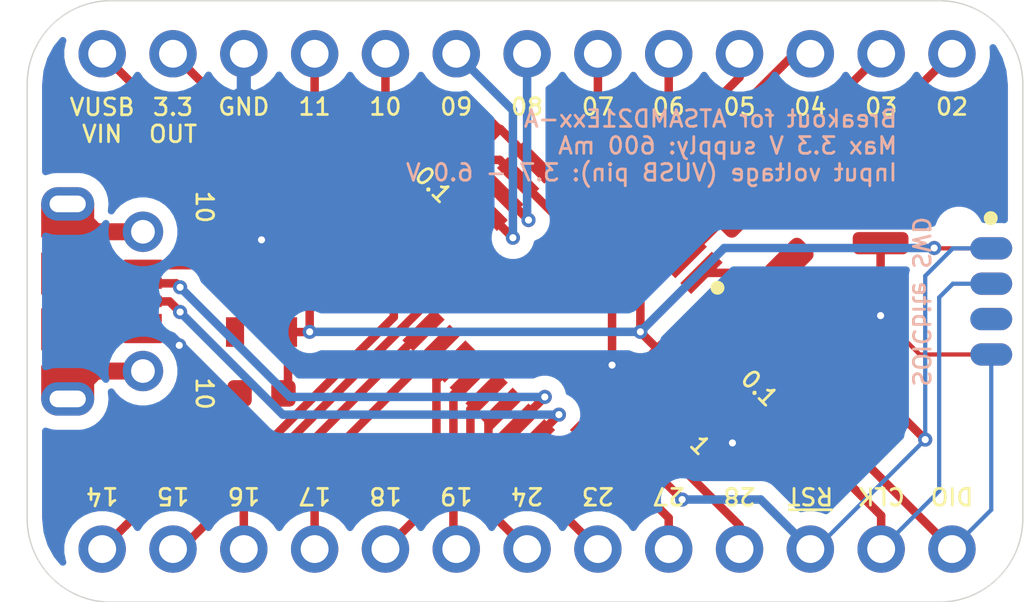
<source format=kicad_pcb>
(kicad_pcb (version 20171130) (host pcbnew "(5.1.5-0-10_14)")

  (general
    (thickness 1.6)
    (drawings 44)
    (tracks 183)
    (zones 0)
    (modules 12)
    (nets 33)
  )

  (page A4)
  (layers
    (0 F.Cu signal)
    (31 B.Cu signal)
    (32 B.Adhes user)
    (33 F.Adhes user)
    (34 B.Paste user)
    (35 F.Paste user)
    (36 B.SilkS user)
    (37 F.SilkS user)
    (38 B.Mask user)
    (39 F.Mask user)
    (40 Dwgs.User user)
    (41 Cmts.User user)
    (42 Eco1.User user)
    (43 Eco2.User user)
    (44 Edge.Cuts user)
    (45 Margin user)
    (46 B.CrtYd user)
    (47 F.CrtYd user)
    (48 B.Fab user)
    (49 F.Fab user)
  )

  (setup
    (last_trace_width 0.1524)
    (user_trace_width 0.3048)
    (user_trace_width 0.6096)
    (user_trace_width 0.9144)
    (trace_clearance 0.1524)
    (zone_clearance 0.508)
    (zone_45_only no)
    (trace_min 0.1524)
    (via_size 0.508)
    (via_drill 0.254)
    (via_min_size 0.508)
    (via_min_drill 0.254)
    (uvia_size 0.508)
    (uvia_drill 0.254)
    (uvias_allowed no)
    (uvia_min_size 0)
    (uvia_min_drill 0)
    (edge_width 0.05)
    (segment_width 0.2)
    (pcb_text_width 0.3)
    (pcb_text_size 1.5 1.5)
    (mod_edge_width 0.12)
    (mod_text_size 1 1)
    (mod_text_width 0.15)
    (pad_size 1.524 1.524)
    (pad_drill 0.762)
    (pad_to_mask_clearance 0.0508)
    (aux_axis_origin 0 0)
    (visible_elements FFFFEF7F)
    (pcbplotparams
      (layerselection 0x010fc_ffffffff)
      (usegerberextensions false)
      (usegerberattributes false)
      (usegerberadvancedattributes false)
      (creategerberjobfile false)
      (excludeedgelayer true)
      (linewidth 0.100000)
      (plotframeref false)
      (viasonmask false)
      (mode 1)
      (useauxorigin false)
      (hpglpennumber 1)
      (hpglpenspeed 20)
      (hpglpendiameter 15.000000)
      (psnegative false)
      (psa4output false)
      (plotreference true)
      (plotvalue true)
      (plotinvisibletext false)
      (padsonsilk false)
      (subtractmaskfromsilk false)
      (outputformat 1)
      (mirror false)
      (drillshape 1)
      (scaleselection 1)
      (outputdirectory ""))
  )

  (net 0 "")
  (net 1 GND)
  (net 2 +3V3)
  (net 3 "Net-(J1-Pad6)")
  (net 4 /D+)
  (net 5 /D-)
  (net 6 /SWDIO)
  (net 7 /SWCLK)
  (net 8 /RESET)
  (net 9 "Net-(U2-Pad2)")
  (net 10 "Net-(U2-Pad1)")
  (net 11 "Net-(C5-Pad1)")
  (net 12 VBUS)
  (net 13 /PA28)
  (net 14 /PA27)
  (net 15 /PA23)
  (net 16 /PA24)
  (net 17 /PA19)
  (net 18 /PA18)
  (net 19 /PA17)
  (net 20 /PA16)
  (net 21 /PA15)
  (net 22 /PA14)
  (net 23 /PA11)
  (net 24 /PA10)
  (net 25 /PA09)
  (net 26 /PA08)
  (net 27 /PA07)
  (net 28 /PA06)
  (net 29 /PA05)
  (net 30 /PA04)
  (net 31 /PA03)
  (net 32 /PA02)

  (net_class Default "This is the default net class."
    (clearance 0.1524)
    (trace_width 0.1524)
    (via_dia 0.508)
    (via_drill 0.254)
    (uvia_dia 0.508)
    (uvia_drill 0.254)
    (diff_pair_width 0.1524)
    (diff_pair_gap 0.1524)
    (add_net +3V3)
    (add_net /D+)
    (add_net /D-)
    (add_net /PA02)
    (add_net /PA03)
    (add_net /PA04)
    (add_net /PA05)
    (add_net /PA06)
    (add_net /PA07)
    (add_net /PA08)
    (add_net /PA09)
    (add_net /PA10)
    (add_net /PA11)
    (add_net /PA14)
    (add_net /PA15)
    (add_net /PA16)
    (add_net /PA17)
    (add_net /PA18)
    (add_net /PA19)
    (add_net /PA23)
    (add_net /PA24)
    (add_net /PA27)
    (add_net /PA28)
    (add_net /RESET)
    (add_net /SWCLK)
    (add_net /SWDIO)
    (add_net GND)
    (add_net "Net-(C5-Pad1)")
    (add_net "Net-(J1-Pad4)")
    (add_net "Net-(J1-Pad6)")
    (add_net "Net-(J3-Pad2)")
    (add_net "Net-(J3-Pad3)")
    (add_net "Net-(J3-Pad6)")
    (add_net "Net-(U1-Pad4)")
    (add_net "Net-(U2-Pad1)")
    (add_net "Net-(U2-Pad2)")
    (add_net VBUS)
  )

  (module minimal_samd21_breakout:PinHeader_2x13_Breadboard_Spaced (layer F.Cu) (tedit 5E964556) (tstamp 5E9780A5)
    (at 34.92 27.79 270)
    (descr "Through hole straight pin header, 2x13, 2.54mm pitch, rows 12.7mm apart")
    (tags "Breadboard 2x13")
    (path /5E9788EB)
    (fp_text reference J2 (at 0 -17.57 90) (layer F.SilkS) hide
      (effects (font (size 1 1) (thickness 0.15)))
    )
    (fp_text value Conn_01x26_Male (at 0 19.05 90) (layer F.Fab) hide
      (effects (font (size 1 1) (thickness 0.15)))
    )
    (fp_line (start 7.09 -17.04) (end 7.09 17.01) (layer F.CrtYd) (width 0.05))
    (fp_line (start 7.09 17.01) (end 10.69 17.01) (layer F.CrtYd) (width 0.05))
    (fp_line (start 10.69 17.01) (end 10.69 -17.04) (layer F.CrtYd) (width 0.05))
    (fp_line (start 10.69 -17.04) (end 7.09 -17.04) (layer F.CrtYd) (width 0.05))
    (fp_line (start -7.09 -17.04) (end -10.69 -17.04) (layer F.CrtYd) (width 0.05))
    (fp_line (start -7.09 17.01) (end -7.09 -17.04) (layer F.CrtYd) (width 0.05))
    (fp_line (start -10.69 17.01) (end -7.09 17.01) (layer F.CrtYd) (width 0.05))
    (fp_line (start -10.69 -17.04) (end -10.69 17.01) (layer F.CrtYd) (width 0.05))
    (pad 26 thru_hole circle (at 8.89 -15.24 270) (size 1.7 1.7) (drill 1) (layers *.Cu *.Mask)
      (net 6 /SWDIO))
    (pad 25 thru_hole oval (at 8.89 -12.7 270) (size 1.7 1.7) (drill 1) (layers *.Cu *.Mask)
      (net 7 /SWCLK))
    (pad 24 thru_hole oval (at 8.89 -10.16 270) (size 1.7 1.7) (drill 1) (layers *.Cu *.Mask)
      (net 8 /RESET))
    (pad 23 thru_hole oval (at 8.89 -7.62 270) (size 1.7 1.7) (drill 1) (layers *.Cu *.Mask)
      (net 13 /PA28))
    (pad 22 thru_hole oval (at 8.89 -5.08 270) (size 1.7 1.7) (drill 1) (layers *.Cu *.Mask)
      (net 14 /PA27))
    (pad 21 thru_hole oval (at 8.89 -2.54 270) (size 1.7 1.7) (drill 1) (layers *.Cu *.Mask)
      (net 15 /PA23))
    (pad 20 thru_hole oval (at 8.89 0 270) (size 1.7 1.7) (drill 1) (layers *.Cu *.Mask)
      (net 16 /PA24))
    (pad 19 thru_hole oval (at 8.89 2.54 270) (size 1.7 1.7) (drill 1) (layers *.Cu *.Mask)
      (net 17 /PA19))
    (pad 18 thru_hole oval (at 8.89 5.08 270) (size 1.7 1.7) (drill 1) (layers *.Cu *.Mask)
      (net 18 /PA18))
    (pad 17 thru_hole oval (at 8.89 7.62 270) (size 1.7 1.7) (drill 1) (layers *.Cu *.Mask)
      (net 19 /PA17))
    (pad 16 thru_hole oval (at 8.89 10.16 270) (size 1.7 1.7) (drill 1) (layers *.Cu *.Mask)
      (net 20 /PA16))
    (pad 15 thru_hole oval (at 8.89 12.7 270) (size 1.7 1.7) (drill 1) (layers *.Cu *.Mask)
      (net 21 /PA15))
    (pad 14 thru_hole oval (at 8.89 15.24 270) (size 1.7 1.7) (drill 1) (layers *.Cu *.Mask)
      (net 22 /PA14))
    (pad 13 thru_hole oval (at -8.89 15.24 270) (size 1.7 1.7) (drill 1) (layers *.Cu *.Mask)
      (net 12 VBUS))
    (pad 12 thru_hole oval (at -8.89 12.7 270) (size 1.7 1.7) (drill 1) (layers *.Cu *.Mask)
      (net 2 +3V3))
    (pad 11 thru_hole oval (at -8.89 10.16 270) (size 1.7 1.7) (drill 1) (layers *.Cu *.Mask)
      (net 1 GND))
    (pad 10 thru_hole oval (at -8.89 7.62 270) (size 1.7 1.7) (drill 1) (layers *.Cu *.Mask)
      (net 23 /PA11))
    (pad 9 thru_hole oval (at -8.89 5.08 270) (size 1.7 1.7) (drill 1) (layers *.Cu *.Mask)
      (net 24 /PA10))
    (pad 8 thru_hole oval (at -8.89 2.54 270) (size 1.7 1.7) (drill 1) (layers *.Cu *.Mask)
      (net 25 /PA09))
    (pad 7 thru_hole oval (at -8.89 0 270) (size 1.7 1.7) (drill 1) (layers *.Cu *.Mask)
      (net 26 /PA08))
    (pad 6 thru_hole oval (at -8.89 -2.54 270) (size 1.7 1.7) (drill 1) (layers *.Cu *.Mask)
      (net 27 /PA07))
    (pad 5 thru_hole oval (at -8.89 -5.08 270) (size 1.7 1.7) (drill 1) (layers *.Cu *.Mask)
      (net 28 /PA06))
    (pad 4 thru_hole oval (at -8.89 -7.62 270) (size 1.7 1.7) (drill 1) (layers *.Cu *.Mask)
      (net 29 /PA05))
    (pad 3 thru_hole oval (at -8.89 -10.16 270) (size 1.7 1.7) (drill 1) (layers *.Cu *.Mask)
      (net 30 /PA04))
    (pad 2 thru_hole oval (at -8.89 -12.7 270) (size 1.7 1.7) (drill 1) (layers *.Cu *.Mask)
      (net 31 /PA03))
    (pad 1 thru_hole circle (at -8.89 -15.24 270) (size 1.7 1.7) (drill 1) (layers *.Cu *.Mask)
      (net 32 /PA02))
  )

  (module minimal_samd21_breakout:SW_Push_Alps_SKRK_NoSilk (layer F.Cu) (tedit 5E96C14E) (tstamp 5E9780FE)
    (at 47.6 27.8 90)
    (descr http://www.alps.com/prod/info/E/HTML/Tact/SurfaceMount/SKRK/SKRKAHE020.html)
    (tags "SMD SMT button")
    (path /5E96DFF7)
    (attr smd)
    (fp_text reference SW1 (at 0 -2.35 90) (layer F.SilkS) hide
      (effects (font (size 1 1) (thickness 0.15)))
    )
    (fp_text value SW_Push (at 0 2.5 90) (layer F.Fab) hide
      (effects (font (size 1 1) (thickness 0.15)))
    )
    (fp_line (start -2.75 1.7) (end -2.75 -1.7) (layer F.CrtYd) (width 0.05))
    (fp_line (start 2.75 1.7) (end -2.75 1.7) (layer F.CrtYd) (width 0.05))
    (fp_line (start 2.75 -1.7) (end 2.75 1.7) (layer F.CrtYd) (width 0.05))
    (fp_line (start -2.75 -1.7) (end 2.75 -1.7) (layer F.CrtYd) (width 0.05))
    (pad 1 smd roundrect (at -2.1 0 90) (size 0.8 2) (layers F.Cu F.Paste F.Mask) (roundrect_rratio 0.25)
      (net 8 /RESET))
    (pad 2 smd roundrect (at 2.1 0 90) (size 0.8 2) (layers F.Cu F.Paste F.Mask) (roundrect_rratio 0.25)
      (net 1 GND))
    (model ${KISYS3DMOD}/Button_Switch_SMD.3dshapes/SW_Push_SPST_NO_Alps_SKRK.wrl
      (at (xyz 0 0 0))
      (scale (xyz 1 1 1))
      (rotate (xyz 0 0 0))
    )
    (model 3d/SKRKAE.step
      (at (xyz 0 0 0))
      (scale (xyz 1 1 1))
      (rotate (xyz -90 0 0))
    )
  )

  (module minimal_samd21_breakout:SOIC_clipProgSmall (layer F.Cu) (tedit 5E95178D) (tstamp 5E977F38)
    (at 52.319 27.79 90)
    (path /5E9E5F5A)
    (fp_text reference J3 (at 0 -3.302 90) (layer F.SilkS) hide
      (effects (font (size 1 1) (thickness 0.15)))
    )
    (fp_text value Conn_01x08_Male (at 0.127 1.397 90) (layer F.Fab) hide
      (effects (font (size 1 1) (thickness 0.15)))
    )
    (fp_line (start -3.81 0.381) (end 3.81 0.381) (layer F.Fab) (width 0.1))
    (fp_line (start 3.175 -2.54) (end -3.175 -2.54) (layer F.Fab) (width 0.1))
    (fp_line (start 3.175 0.381) (end 3.175 -2.54) (layer F.Fab) (width 0.1))
    (fp_line (start -3.175 -2.54) (end -3.175 0.381) (layer F.Fab) (width 0.1))
    (pad 5 smd oval (at -1.905 -0.75 90) (size 0.8 1.5) (layers B.Cu B.Mask)
      (net 6 /SWDIO))
    (pad 4 smd oval (at -1.905 -0.75 90) (size 0.8 1.5) (layers F.Cu F.Mask)
      (net 1 GND))
    (pad 3 smd oval (at -0.635 -0.75 90) (size 0.8 1.5) (layers F.Cu F.Mask))
    (pad 2 smd oval (at 0.635 -0.75 90) (size 0.8 1.5) (layers F.Cu F.Mask))
    (pad 1 smd oval (at 1.905 -0.75 90) (size 0.8 1.5) (layers F.Cu F.Mask)
      (net 2 +3V3))
    (pad 6 smd oval (at -0.635 -0.75 90) (size 0.8 1.5) (layers B.Cu B.Mask))
    (pad 7 smd oval (at 0.635 -0.75 90) (size 0.8 1.5) (layers B.Cu B.Mask)
      (net 7 /SWCLK))
    (pad 8 smd oval (at 1.905 -0.75 90) (size 0.8 1.5) (layers B.Cu B.Mask)
      (net 8 /RESET))
    (pad "" np_thru_hole circle (at -2.54 -1.905 90) (size 0.7 0.7) (drill 0.7) (layers *.Cu *.Mask))
    (pad "" np_thru_hole circle (at -1.27 -1.905 90) (size 0.7 0.7) (drill 0.7) (layers *.Cu *.Mask))
    (pad "" np_thru_hole circle (at 0 -1.905 90) (size 0.7 0.7) (drill 0.7) (layers *.Cu *.Mask))
    (pad "" np_thru_hole circle (at 1.27 -1.905 90) (size 0.7 0.7) (drill 0.7) (layers *.Cu *.Mask))
    (pad "" np_thru_hole circle (at 2.54 -1.905 90) (size 0.7 0.7) (drill 0.7) (layers *.Cu *.Mask))
  )

  (module minimal_samd21_breakout:CM7V-T1A (layer F.Cu) (tedit 5E95171D) (tstamp 5E977F69)
    (at 43.429 25.504 135)
    (path /5E95328C)
    (fp_text reference Y1 (at 0.097039 -2.245064 135) (layer F.SilkS) hide
      (effects (font (size 1 1) (thickness 0.15)))
    )
    (fp_text value "32.768 kHz" (at 0 -1.8 135) (layer F.Fab) hide
      (effects (font (size 1 1) (thickness 0.15)))
    )
    (fp_line (start 2.1 -1.25) (end -2.1 -1.25) (layer F.CrtYd) (width 0.05))
    (fp_line (start 2.1 1.25) (end 2.1 -1.25) (layer F.CrtYd) (width 0.05))
    (fp_line (start -2.1 1.25) (end 2.1 1.25) (layer F.CrtYd) (width 0.05))
    (fp_line (start -2.1 -1.25) (end -2.1 1.25) (layer F.CrtYd) (width 0.05))
    (pad 2 smd roundrect (at 1.25 0 135) (size 1 1.8) (layers F.Cu F.Paste F.Mask) (roundrect_rratio 0.25)
      (net 9 "Net-(U2-Pad2)"))
    (pad 1 smd roundrect (at -1.25 0 135) (size 1 1.8) (layers F.Cu F.Paste F.Mask) (roundrect_rratio 0.25)
      (net 10 "Net-(U2-Pad1)"))
  )

  (module minimal_samd21_breakout:TQFP-32_NoSilk (layer F.Cu) (tedit 5E951425) (tstamp 5E977FA2)
    (at 36.19 27.79 225)
    (descr "32-Lead Plastic Thin Quad Flatpack (PT) - 7x7x1.0 mm Body, 2.00 mm [TQFP] (see Microchip Packaging Specification 00000049BS.pdf)")
    (tags "QFP 0.8")
    (path /5E93B05D)
    (attr smd)
    (fp_text reference U2 (at 0 -6.05 45) (layer F.SilkS) hide
      (effects (font (size 1 1) (thickness 0.15)))
    )
    (fp_text value ATSAMD21E18A (at 0 6.05 45) (layer F.Fab) hide
      (effects (font (size 1 1) (thickness 0.15)))
    )
    (fp_line (start -5.3 5.3) (end 5.3 5.3) (layer F.CrtYd) (width 0.05))
    (fp_line (start -5.3 -5.3) (end 5.3 -5.3) (layer F.CrtYd) (width 0.05))
    (fp_line (start 5.3 -5.3) (end 5.3 5.3) (layer F.CrtYd) (width 0.05))
    (fp_line (start -5.3 -5.3) (end -5.3 5.3) (layer F.CrtYd) (width 0.05))
    (pad 32 smd rect (at -2.8 -4.25 315) (size 1.6 0.55) (layers F.Cu F.Paste F.Mask)
      (net 6 /SWDIO))
    (pad 31 smd rect (at -2 -4.25 315) (size 1.6 0.55) (layers F.Cu F.Paste F.Mask)
      (net 7 /SWCLK))
    (pad 30 smd rect (at -1.2 -4.25 315) (size 1.6 0.55) (layers F.Cu F.Paste F.Mask)
      (net 2 +3V3))
    (pad 29 smd rect (at -0.4 -4.25 315) (size 1.6 0.55) (layers F.Cu F.Paste F.Mask)
      (net 11 "Net-(C5-Pad1)"))
    (pad 28 smd rect (at 0.4 -4.25 315) (size 1.6 0.55) (layers F.Cu F.Paste F.Mask)
      (net 1 GND))
    (pad 27 smd rect (at 1.2 -4.25 315) (size 1.6 0.55) (layers F.Cu F.Paste F.Mask)
      (net 13 /PA28))
    (pad 26 smd rect (at 2 -4.25 315) (size 1.6 0.55) (layers F.Cu F.Paste F.Mask)
      (net 8 /RESET))
    (pad 25 smd rect (at 2.8 -4.25 315) (size 1.6 0.55) (layers F.Cu F.Paste F.Mask)
      (net 14 /PA27))
    (pad 24 smd rect (at 4.25 -2.8 225) (size 1.6 0.55) (layers F.Cu F.Paste F.Mask)
      (net 4 /D+))
    (pad 23 smd rect (at 4.25 -2 225) (size 1.6 0.55) (layers F.Cu F.Paste F.Mask)
      (net 5 /D-))
    (pad 22 smd rect (at 4.25 -1.2 225) (size 1.6 0.55) (layers F.Cu F.Paste F.Mask)
      (net 15 /PA23))
    (pad 21 smd rect (at 4.25 -0.4 225) (size 1.6 0.55) (layers F.Cu F.Paste F.Mask)
      (net 16 /PA24))
    (pad 20 smd rect (at 4.25 0.4 225) (size 1.6 0.55) (layers F.Cu F.Paste F.Mask)
      (net 17 /PA19))
    (pad 19 smd rect (at 4.25 1.2 225) (size 1.6 0.55) (layers F.Cu F.Paste F.Mask)
      (net 18 /PA18))
    (pad 18 smd rect (at 4.25 2 225) (size 1.6 0.55) (layers F.Cu F.Paste F.Mask)
      (net 19 /PA17))
    (pad 17 smd rect (at 4.25 2.8 225) (size 1.6 0.55) (layers F.Cu F.Paste F.Mask)
      (net 20 /PA16))
    (pad 16 smd rect (at 2.8 4.25 315) (size 1.6 0.55) (layers F.Cu F.Paste F.Mask)
      (net 21 /PA15))
    (pad 15 smd rect (at 2 4.25 315) (size 1.6 0.55) (layers F.Cu F.Paste F.Mask)
      (net 22 /PA14))
    (pad 14 smd rect (at 1.2 4.25 315) (size 1.6 0.55) (layers F.Cu F.Paste F.Mask)
      (net 23 /PA11))
    (pad 13 smd rect (at 0.4 4.25 315) (size 1.6 0.55) (layers F.Cu F.Paste F.Mask)
      (net 24 /PA10))
    (pad 12 smd rect (at -0.4 4.25 315) (size 1.6 0.55) (layers F.Cu F.Paste F.Mask)
      (net 25 /PA09))
    (pad 11 smd rect (at -1.2 4.25 315) (size 1.6 0.55) (layers F.Cu F.Paste F.Mask)
      (net 26 /PA08))
    (pad 10 smd rect (at -2 4.25 315) (size 1.6 0.55) (layers F.Cu F.Paste F.Mask)
      (net 1 GND))
    (pad 9 smd rect (at -2.8 4.25 315) (size 1.6 0.55) (layers F.Cu F.Paste F.Mask)
      (net 2 +3V3))
    (pad 8 smd rect (at -4.25 2.8 225) (size 1.6 0.55) (layers F.Cu F.Paste F.Mask)
      (net 27 /PA07))
    (pad 7 smd rect (at -4.25 2 225) (size 1.6 0.55) (layers F.Cu F.Paste F.Mask)
      (net 28 /PA06))
    (pad 6 smd rect (at -4.25 1.2 225) (size 1.6 0.55) (layers F.Cu F.Paste F.Mask)
      (net 29 /PA05))
    (pad 5 smd rect (at -4.25 0.4 225) (size 1.6 0.55) (layers F.Cu F.Paste F.Mask)
      (net 30 /PA04))
    (pad 4 smd rect (at -4.25 -0.4 225) (size 1.6 0.55) (layers F.Cu F.Paste F.Mask)
      (net 31 /PA03))
    (pad 3 smd rect (at -4.25 -1.2 225) (size 1.6 0.55) (layers F.Cu F.Paste F.Mask)
      (net 32 /PA02))
    (pad 2 smd rect (at -4.25 -2 225) (size 1.6 0.55) (layers F.Cu F.Paste F.Mask)
      (net 9 "Net-(U2-Pad2)"))
    (pad 1 smd rect (at -4.25 -2.8 225) (size 1.6 0.55) (layers F.Cu F.Paste F.Mask)
      (net 10 "Net-(U2-Pad1)"))
    (model ${KISYS3DMOD}/Package_QFP.3dshapes/TQFP-32_7x7mm_P0.8mm.wrl
      (at (xyz 0 0 0))
      (scale (xyz 1 1 1))
      (rotate (xyz 0 0 0))
    )
  )

  (module minimal_samd21_breakout:SOT-23-5_NoSilk (layer F.Cu) (tedit 5E951AE9) (tstamp 5E978041)
    (at 25.395 27.79 270)
    (descr "5-pin SOT23 package")
    (tags SOT-23-5)
    (path /5E97DFBA)
    (attr smd)
    (fp_text reference U1 (at 0 -2.6 90) (layer F.SilkS) hide
      (effects (font (size 1 1) (thickness 0.15)))
    )
    (fp_text value AP2112K-3.3 (at 0 2.6 90) (layer F.Fab) hide
      (effects (font (size 1 1) (thickness 0.15)))
    )
    (fp_line (start -1.9 1.8) (end -1.9 -1.8) (layer F.CrtYd) (width 0.05))
    (fp_line (start 1.9 1.8) (end -1.9 1.8) (layer F.CrtYd) (width 0.05))
    (fp_line (start 1.9 -1.8) (end 1.9 1.8) (layer F.CrtYd) (width 0.05))
    (fp_line (start -1.9 -1.8) (end 1.9 -1.8) (layer F.CrtYd) (width 0.05))
    (pad 5 smd rect (at 1.1 -0.95 270) (size 1.06 0.65) (layers F.Cu F.Paste F.Mask)
      (net 2 +3V3))
    (pad 4 smd rect (at 1.1 0.95 270) (size 1.06 0.65) (layers F.Cu F.Paste F.Mask))
    (pad 3 smd rect (at -1.1 0.95 270) (size 1.06 0.65) (layers F.Cu F.Paste F.Mask)
      (net 12 VBUS))
    (pad 2 smd rect (at -1.1 0 270) (size 1.06 0.65) (layers F.Cu F.Paste F.Mask)
      (net 1 GND))
    (pad 1 smd rect (at -1.1 -0.95 270) (size 1.06 0.65) (layers F.Cu F.Paste F.Mask)
      (net 12 VBUS))
    (model ${KISYS3DMOD}/Package_TO_SOT_SMD.3dshapes/SOT-23-5.wrl
      (at (xyz 0 0 0))
      (scale (xyz 1 1 1))
      (rotate (xyz 0 0 0))
    )
  )

  (module minimal_samd21_breakout:Molex-105017-0001 (layer F.Cu) (tedit 5E951B58) (tstamp 5E977EF8)
    (at 19.68 27.79 270)
    (descr http://www.molex.com/pdm_docs/sd/1050170001_sd.pdf)
    (tags "Micro-USB SMD Typ-B")
    (path /5E961DB6)
    (attr smd)
    (fp_text reference J1 (at 0 -3.1125 90) (layer F.SilkS) hide
      (effects (font (size 1 1) (thickness 0.15)))
    )
    (fp_text value USB_B_Micro (at 0.3 4.3375 90) (layer F.Fab) hide
      (effects (font (size 1 1) (thickness 0.15)))
    )
    (fp_line (start -3 2.689204) (end 3 2.689204) (layer F.Fab) (width 0.1))
    (fp_line (start -4.4 3.64) (end -4.4 -2.46) (layer F.CrtYd) (width 0.05))
    (fp_line (start -4.4 -2.46) (end 4.4 -2.46) (layer F.CrtYd) (width 0.05))
    (fp_line (start 4.4 -2.46) (end 4.4 3.64) (layer F.CrtYd) (width 0.05))
    (fp_line (start -4.4 3.64) (end 4.4 3.64) (layer F.CrtYd) (width 0.05))
    (fp_text user "PCB Edge" (at 0 2.6875 90) (layer Dwgs.User)
      (effects (font (size 0.5 0.5) (thickness 0.08)))
    )
    (pad 6 smd rect (at -2.9 1.2375 270) (size 1.2 1.9) (layers F.Cu F.Mask)
      (net 3 "Net-(J1-Pad6)"))
    (pad 6 smd rect (at 2.9 1.2375 270) (size 1.2 1.9) (layers F.Cu F.Mask)
      (net 3 "Net-(J1-Pad6)"))
    (pad 6 thru_hole oval (at 3.5 1.2375 270) (size 1.2 1.9) (drill oval 0.6 1.3) (layers *.Cu *.Mask)
      (net 3 "Net-(J1-Pad6)"))
    (pad 6 thru_hole oval (at -3.5 1.2375 90) (size 1.2 1.9) (drill oval 0.6 1.3) (layers *.Cu *.Mask)
      (net 3 "Net-(J1-Pad6)"))
    (pad 6 smd rect (at -1 1.2375 270) (size 1.5 1.9) (layers F.Cu F.Paste F.Mask)
      (net 3 "Net-(J1-Pad6)"))
    (pad 6 thru_hole circle (at 2.5 -1.4625 270) (size 1.45 1.45) (drill 0.85) (layers *.Cu *.Mask)
      (net 3 "Net-(J1-Pad6)"))
    (pad 3 smd rect (at 0 -1.4625 270) (size 0.4 1.35) (layers F.Cu F.Paste F.Mask)
      (net 4 /D+))
    (pad 4 smd rect (at 0.65 -1.4625 270) (size 0.4 1.35) (layers F.Cu F.Paste F.Mask))
    (pad 5 smd rect (at 1.3 -1.4625 270) (size 0.4 1.35) (layers F.Cu F.Paste F.Mask)
      (net 1 GND))
    (pad 1 smd rect (at -1.3 -1.4625 270) (size 0.4 1.35) (layers F.Cu F.Paste F.Mask)
      (net 12 VBUS))
    (pad 2 smd rect (at -0.65 -1.4625 270) (size 0.4 1.35) (layers F.Cu F.Paste F.Mask)
      (net 5 /D-))
    (pad 6 thru_hole circle (at -2.5 -1.4625 270) (size 1.45 1.45) (drill 0.85) (layers *.Cu *.Mask)
      (net 3 "Net-(J1-Pad6)"))
    (pad 6 smd rect (at 1 1.2375 270) (size 1.5 1.9) (layers F.Cu F.Paste F.Mask)
      (net 3 "Net-(J1-Pad6)"))
    (model ${KISYS3DMOD}/Connector_USB.3dshapes/USB_Micro-B_Molex-105017-0001.wrl
      (at (xyz 0 0 0))
      (scale (xyz 1 1 1))
      (rotate (xyz 0 0 0))
    )
    (model 3d/1050170001.stp
      (offset (xyz 0 -1 1.3))
      (scale (xyz 1 1 1))
      (rotate (xyz -90 0 0))
    )
  )

  (module minimal_samd21_breakout:C_0603_NoSilk (layer F.Cu) (tedit 5E951731) (tstamp 5E977EA8)
    (at 41.09 32.99 315)
    (descr "Capacitor SMD 0603 (1608 Metric), square (rectangular) end terminal, IPC_7351 nominal, (Body size source: http://www.tortai-tech.com/upload/download/2011102023233369053.pdf), generated with kicad-footprint-generator")
    (tags capacitor)
    (path /5E940F93)
    (attr smd)
    (fp_text reference C5 (at 0 -1.399999 135) (layer F.SilkS) hide
      (effects (font (size 1 1) (thickness 0.15)))
    )
    (fp_text value 1u (at 0 1.6 135) (layer F.Fab) hide
      (effects (font (size 1 1) (thickness 0.15)))
    )
    (fp_line (start 1.48 0.73) (end -1.48 0.73) (layer F.CrtYd) (width 0.05))
    (fp_line (start 1.48 -0.73) (end 1.48 0.73) (layer F.CrtYd) (width 0.05))
    (fp_line (start -1.48 -0.73) (end 1.48 -0.73) (layer F.CrtYd) (width 0.05))
    (fp_line (start -1.48 0.73) (end -1.48 -0.73) (layer F.CrtYd) (width 0.05))
    (fp_line (start 0.8 -0.4) (end 0.8 0.4) (layer F.Fab) (width 0.1))
    (fp_line (start -0.8 0.4) (end -0.8 -0.4) (layer F.Fab) (width 0.1))
    (pad 2 smd roundrect (at 0.7875 0 315) (size 0.875 0.95) (layers F.Cu F.Paste F.Mask) (roundrect_rratio 0.25)
      (net 1 GND))
    (pad 1 smd roundrect (at -0.7875 0 315) (size 0.875 0.95) (layers F.Cu F.Paste F.Mask) (roundrect_rratio 0.25)
      (net 11 "Net-(C5-Pad1)"))
    (model ${KISYS3DMOD}/Capacitor_SMD.3dshapes/C_0603_1608Metric.wrl
      (at (xyz 0 0 0))
      (scale (xyz 1 1 1))
      (rotate (xyz 0 0 0))
    )
  )

  (module minimal_samd21_breakout:C_0603_NoSilk (layer F.Cu) (tedit 5E951731) (tstamp 5E977ECC)
    (at 42.39 31.69 315)
    (descr "Capacitor SMD 0603 (1608 Metric), square (rectangular) end terminal, IPC_7351 nominal, (Body size source: http://www.tortai-tech.com/upload/download/2011102023233369053.pdf), generated with kicad-footprint-generator")
    (tags capacitor)
    (path /5E97930D)
    (attr smd)
    (fp_text reference C4 (at 0 -1.4 135) (layer F.SilkS) hide
      (effects (font (size 1 1) (thickness 0.15)))
    )
    (fp_text value 0.1u (at 0 1.6 135) (layer F.Fab) hide
      (effects (font (size 1 1) (thickness 0.15)))
    )
    (fp_line (start 1.48 0.73) (end -1.48 0.73) (layer F.CrtYd) (width 0.05))
    (fp_line (start 1.48 -0.73) (end 1.48 0.73) (layer F.CrtYd) (width 0.05))
    (fp_line (start -1.48 -0.73) (end 1.48 -0.73) (layer F.CrtYd) (width 0.05))
    (fp_line (start -1.48 0.73) (end -1.48 -0.73) (layer F.CrtYd) (width 0.05))
    (fp_line (start 0.8 -0.4) (end 0.8 0.4) (layer F.Fab) (width 0.1))
    (fp_line (start -0.8 0.4) (end -0.8 -0.4) (layer F.Fab) (width 0.1))
    (pad 2 smd roundrect (at 0.7875 0 315) (size 0.875 0.95) (layers F.Cu F.Paste F.Mask) (roundrect_rratio 0.25)
      (net 1 GND))
    (pad 1 smd roundrect (at -0.7875 0 315) (size 0.875 0.95) (layers F.Cu F.Paste F.Mask) (roundrect_rratio 0.25)
      (net 2 +3V3))
    (model ${KISYS3DMOD}/Capacitor_SMD.3dshapes/C_0603_1608Metric.wrl
      (at (xyz 0 0 0))
      (scale (xyz 1 1 1))
      (rotate (xyz 0 0 0))
    )
  )

  (module minimal_samd21_breakout:C_0603_NoSilk (layer F.Cu) (tedit 5E951731) (tstamp 5E977FFB)
    (at 32.936847 22.153153 225)
    (descr "Capacitor SMD 0603 (1608 Metric), square (rectangular) end terminal, IPC_7351 nominal, (Body size source: http://www.tortai-tech.com/upload/download/2011102023233369053.pdf), generated with kicad-footprint-generator")
    (tags capacitor)
    (path /5E95A4BE)
    (attr smd)
    (fp_text reference C3 (at 0 -1.399999 45) (layer F.SilkS) hide
      (effects (font (size 1 1) (thickness 0.15)))
    )
    (fp_text value 0.1u (at 0 1.6 45) (layer F.Fab) hide
      (effects (font (size 1 1) (thickness 0.15)))
    )
    (fp_line (start 1.48 0.73) (end -1.48 0.73) (layer F.CrtYd) (width 0.05))
    (fp_line (start 1.48 -0.73) (end 1.48 0.73) (layer F.CrtYd) (width 0.05))
    (fp_line (start -1.48 -0.73) (end 1.48 -0.73) (layer F.CrtYd) (width 0.05))
    (fp_line (start -1.48 0.73) (end -1.48 -0.73) (layer F.CrtYd) (width 0.05))
    (fp_line (start 0.8 -0.4) (end 0.8 0.4) (layer F.Fab) (width 0.1))
    (fp_line (start -0.8 0.4) (end -0.8 -0.4) (layer F.Fab) (width 0.1))
    (pad 2 smd roundrect (at 0.7875 0 225) (size 0.875 0.95) (layers F.Cu F.Paste F.Mask) (roundrect_rratio 0.25)
      (net 1 GND))
    (pad 1 smd roundrect (at -0.7875 0 225) (size 0.875 0.95) (layers F.Cu F.Paste F.Mask) (roundrect_rratio 0.25)
      (net 2 +3V3))
    (model ${KISYS3DMOD}/Capacitor_SMD.3dshapes/C_0603_1608Metric.wrl
      (at (xyz 0 0 0))
      (scale (xyz 1 1 1))
      (rotate (xyz 0 0 0))
    )
  )

  (module minimal_samd21_breakout:C_0603_NoSilk (layer F.Cu) (tedit 5E951731) (tstamp 5E978067)
    (at 25.395 31.092)
    (descr "Capacitor SMD 0603 (1608 Metric), square (rectangular) end terminal, IPC_7351 nominal, (Body size source: http://www.tortai-tech.com/upload/download/2011102023233369053.pdf), generated with kicad-footprint-generator")
    (tags capacitor)
    (path /5E9A4897)
    (attr smd)
    (fp_text reference C2 (at 0 -1.4) (layer F.SilkS) hide
      (effects (font (size 1 1) (thickness 0.15)))
    )
    (fp_text value 10u (at 0 1.6) (layer F.Fab) hide
      (effects (font (size 1 1) (thickness 0.15)))
    )
    (fp_line (start 1.48 0.73) (end -1.48 0.73) (layer F.CrtYd) (width 0.05))
    (fp_line (start 1.48 -0.73) (end 1.48 0.73) (layer F.CrtYd) (width 0.05))
    (fp_line (start -1.48 -0.73) (end 1.48 -0.73) (layer F.CrtYd) (width 0.05))
    (fp_line (start -1.48 0.73) (end -1.48 -0.73) (layer F.CrtYd) (width 0.05))
    (fp_line (start 0.8 -0.4) (end 0.8 0.4) (layer F.Fab) (width 0.1))
    (fp_line (start -0.8 0.4) (end -0.8 -0.4) (layer F.Fab) (width 0.1))
    (pad 2 smd roundrect (at 0.7875 0) (size 0.875 0.95) (layers F.Cu F.Paste F.Mask) (roundrect_rratio 0.25)
      (net 2 +3V3))
    (pad 1 smd roundrect (at -0.7875 0) (size 0.875 0.95) (layers F.Cu F.Paste F.Mask) (roundrect_rratio 0.25)
      (net 1 GND))
    (model ${KISYS3DMOD}/Capacitor_SMD.3dshapes/C_0603_1608Metric.wrl
      (at (xyz 0 0 0))
      (scale (xyz 1 1 1))
      (rotate (xyz 0 0 0))
    )
  )

  (module minimal_samd21_breakout:C_0603_NoSilk (layer F.Cu) (tedit 5E951731) (tstamp 5E97801C)
    (at 25.395 24.488 180)
    (descr "Capacitor SMD 0603 (1608 Metric), square (rectangular) end terminal, IPC_7351 nominal, (Body size source: http://www.tortai-tech.com/upload/download/2011102023233369053.pdf), generated with kicad-footprint-generator")
    (tags capacitor)
    (path /5E977719)
    (attr smd)
    (fp_text reference C1 (at 0 -1.4) (layer F.SilkS) hide
      (effects (font (size 1 1) (thickness 0.15)))
    )
    (fp_text value 10u (at 0 1.6) (layer F.Fab) hide
      (effects (font (size 1 1) (thickness 0.15)))
    )
    (fp_line (start 1.48 0.73) (end -1.48 0.73) (layer F.CrtYd) (width 0.05))
    (fp_line (start 1.48 -0.73) (end 1.48 0.73) (layer F.CrtYd) (width 0.05))
    (fp_line (start -1.48 -0.73) (end 1.48 -0.73) (layer F.CrtYd) (width 0.05))
    (fp_line (start -1.48 0.73) (end -1.48 -0.73) (layer F.CrtYd) (width 0.05))
    (fp_line (start 0.8 -0.4) (end 0.8 0.4) (layer F.Fab) (width 0.1))
    (fp_line (start -0.8 0.4) (end -0.8 -0.4) (layer F.Fab) (width 0.1))
    (pad 2 smd roundrect (at 0.7875 0 180) (size 0.875 0.95) (layers F.Cu F.Paste F.Mask) (roundrect_rratio 0.25)
      (net 12 VBUS))
    (pad 1 smd roundrect (at -0.7875 0 180) (size 0.875 0.95) (layers F.Cu F.Paste F.Mask) (roundrect_rratio 0.25)
      (net 1 GND))
    (model ${KISYS3DMOD}/Capacitor_SMD.3dshapes/C_0603_1608Metric.wrl
      (at (xyz 0 0 0))
      (scale (xyz 1 1 1))
      (rotate (xyz 0 0 0))
    )
  )

  (gr_text "zak 2020\nwww.mitsake.net" (at 17.9 33.7) (layer B.Mask) (tstamp 5E97A48D)
    (effects (font (size 0.6 0.6) (thickness 0.1)) (justify right mirror))
  )
  (gr_text 0.1 (at 31.55 23.6 315) (layer F.SilkS) (tstamp 5E978A55)
    (effects (font (size 0.6 0.6) (thickness 0.1)))
  )
  (gr_text 0.1 (at 43.25 30.9 315) (layer F.SilkS) (tstamp 5E978A51)
    (effects (font (size 0.6 0.6) (thickness 0.1)))
  )
  (gr_text 1 (at 41.13 32.95 315) (layer F.SilkS) (tstamp 5E97890A)
    (effects (font (size 0.6 0.6) (thickness 0.1)))
  )
  (gr_text 10 (at 23.35 24.4 270) (layer F.SilkS) (tstamp 5E97890A)
    (effects (font (size 0.6 0.6) (thickness 0.1)))
  )
  (gr_text 10 (at 23.35 31.1 270) (layer F.SilkS) (tstamp 5E978905)
    (effects (font (size 0.6 0.6) (thickness 0.1)))
  )
  (gr_text "SOICbite SWD" (at 49.05 27.8 270) (layer B.SilkS) (tstamp 5E97888B)
    (effects (font (size 0.6 0.6) (thickness 0.1)) (justify mirror))
  )
  (gr_text "Breakout for ATSAMD21Exx-A\nMax 3.3 V supply: 600 mA\nInput voltage (VUSB pin): 3.7 - 6.0 V" (at 48.25 22.2) (layer B.SilkS) (tstamp 5E9786F8)
    (effects (font (size 0.6 0.6) (thickness 0.1)) (justify left mirror))
  )
  (gr_circle (center 41.75 27.3) (end 41.75 27.425) (layer F.SilkS) (width 0.25) (tstamp 5E9780F3))
  (gr_circle (center 51.55 24.8) (end 51.55 24.925) (layer F.SilkS) (width 0.25) (tstamp 5E9780F0))
  (gr_text 14 (at 19.68 34.775 180) (layer F.SilkS) (tstamp 5E978132)
    (effects (font (size 0.6 0.6) (thickness 0.1)))
  )
  (gr_text 15 (at 22.22 34.775 180) (layer F.SilkS) (tstamp 5E97812F)
    (effects (font (size 0.6 0.6) (thickness 0.1)))
  )
  (gr_text 16 (at 24.76 34.775 180) (layer F.SilkS) (tstamp 5E97812C)
    (effects (font (size 0.6 0.6) (thickness 0.1)))
  )
  (gr_text 17 (at 27.3 34.775 180) (layer F.SilkS) (tstamp 5E978135)
    (effects (font (size 0.6 0.6) (thickness 0.1)))
  )
  (gr_text 18 (at 29.84 34.775 180) (layer F.SilkS) (tstamp 5E978138)
    (effects (font (size 0.6 0.6) (thickness 0.1)))
  )
  (gr_text 19 (at 32.38 34.775 180) (layer F.SilkS) (tstamp 5E97813B)
    (effects (font (size 0.6 0.6) (thickness 0.1)))
  )
  (gr_text 24 (at 34.92 34.775 180) (layer F.SilkS) (tstamp 5E97813E)
    (effects (font (size 0.6 0.6) (thickness 0.1)))
  )
  (gr_text 23 (at 37.46 34.775 180) (layer F.SilkS) (tstamp 5E978141)
    (effects (font (size 0.6 0.6) (thickness 0.1)))
  )
  (gr_text 27 (at 40 34.775 180) (layer F.SilkS) (tstamp 5E978144)
    (effects (font (size 0.6 0.6) (thickness 0.1)))
  )
  (gr_text 28 (at 42.54 34.775 180) (layer F.SilkS) (tstamp 5E978147)
    (effects (font (size 0.6 0.6) (thickness 0.1)))
  )
  (gr_text ~RST (at 45.08 34.775 180) (layer F.SilkS) (tstamp 5E97814A)
    (effects (font (size 0.6 0.6) (thickness 0.1)))
  )
  (gr_text CLK (at 47.62 34.775 180) (layer F.SilkS) (tstamp 5E97814D)
    (effects (font (size 0.6 0.6) (thickness 0.1)))
  )
  (gr_text DIO (at 50.16 34.775 180) (layer F.SilkS) (tstamp 5E978150)
    (effects (font (size 0.6 0.6) (thickness 0.1)))
  )
  (gr_text "VUSB\nVIN" (at 19.68 21.3) (layer F.SilkS) (tstamp 5E978153)
    (effects (font (size 0.6 0.6) (thickness 0.1)))
  )
  (gr_text "3.3\nOUT" (at 22.22 21.3) (layer F.SilkS) (tstamp 5E978156)
    (effects (font (size 0.6 0.6) (thickness 0.1)))
  )
  (gr_text GND (at 24.76 20.805) (layer F.SilkS) (tstamp 5E978159)
    (effects (font (size 0.6 0.6) (thickness 0.1)))
  )
  (gr_text 11 (at 27.3 20.805) (layer F.SilkS) (tstamp 5E97815C)
    (effects (font (size 0.6 0.6) (thickness 0.1)))
  )
  (gr_text 10 (at 29.84 20.805) (layer F.SilkS) (tstamp 5E97815F)
    (effects (font (size 0.6 0.6) (thickness 0.1)))
  )
  (gr_text 09 (at 32.38 20.805) (layer F.SilkS) (tstamp 5E978162)
    (effects (font (size 0.6 0.6) (thickness 0.1)))
  )
  (gr_text 08 (at 34.92 20.805) (layer F.SilkS) (tstamp 5E978165)
    (effects (font (size 0.6 0.6) (thickness 0.1)))
  )
  (gr_text 07 (at 37.46 20.805) (layer F.SilkS) (tstamp 5E978168)
    (effects (font (size 0.6 0.6) (thickness 0.1)))
  )
  (gr_text 06 (at 40 20.805) (layer F.SilkS) (tstamp 5E97816B)
    (effects (font (size 0.6 0.6) (thickness 0.1)))
  )
  (gr_text 05 (at 42.54 20.805) (layer F.SilkS) (tstamp 5E97816E)
    (effects (font (size 0.6 0.6) (thickness 0.1)))
  )
  (gr_text 04 (at 45.08 20.805) (layer F.SilkS) (tstamp 5E978129)
    (effects (font (size 0.6 0.6) (thickness 0.1)))
  )
  (gr_text 03 (at 47.62 20.805) (layer F.SilkS) (tstamp 5E978126)
    (effects (font (size 0.6 0.6) (thickness 0.1)))
  )
  (gr_text 02 (at 50.16 20.805) (layer F.SilkS) (tstamp 5E978123)
    (effects (font (size 0.6 0.6) (thickness 0.1)))
  )
  (gr_line (start 52.7 19.995) (end 52.7 35.585) (layer Edge.Cuts) (width 0.05) (tstamp 5E97807E))
  (gr_line (start 19.99 16.995) (end 49.7 16.995) (layer Edge.Cuts) (width 0.05) (tstamp 5E978033))
  (gr_line (start 16.99 35.585) (end 16.99 19.995) (layer Edge.Cuts) (width 0.05) (tstamp 5E97805A))
  (gr_line (start 49.7 38.585) (end 19.99 38.585) (layer Edge.Cuts) (width 0.05) (tstamp 5E977E98))
  (gr_arc (start 19.99 19.995) (end 19.99 16.995) (angle -90) (layer Edge.Cuts) (width 0.05) (tstamp 5E977E95))
  (gr_arc (start 19.99 35.585) (end 16.99 35.585) (angle -90) (layer Edge.Cuts) (width 0.05) (tstamp 5E977E92))
  (gr_arc (start 49.7 35.585) (end 49.7 38.585) (angle -90) (layer Edge.Cuts) (width 0.05) (tstamp 5E977E8F))
  (gr_arc (start 49.7 19.995) (end 52.7 19.995) (angle -90) (layer Edge.Cuts) (width 0.05) (tstamp 5E977EBF))

  (segment (start 22.168 29.09) (end 22.1223 29.09) (width 0.3048) (layer F.Cu) (net 1) (tstamp 5E978336))
  (segment (start 24.17 31.092) (end 22.4457 29.3677) (width 0.3048) (layer F.Cu) (net 1) (tstamp 5E978333))
  (segment (start 22.1223 29.09) (end 21.1425 29.09) (width 0.3048) (layer F.Cu) (net 1) (tstamp 5E978321))
  (segment (start 24.6075 31.092) (end 24.17 31.092) (width 0.3048) (layer F.Cu) (net 1) (tstamp 5E978309))
  (segment (start 25.395 25.2755) (end 25.395 25.5802) (width 0.3048) (layer F.Cu) (net 1) (tstamp 5E97831B))
  (segment (start 26.1825 24.488) (end 25.395 25.2755) (width 0.3048) (layer F.Cu) (net 1) (tstamp 5E978324))
  (via (at 42.286 32.87) (size 0.508) (drill 0.254) (layers F.Cu B.Cu) (net 1) (tstamp 5E9782EB))
  (segment (start 41.646847 33.509153) (end 42.286 32.87) (width 0.3048) (layer F.Cu) (net 1) (tstamp 5E9782EE))
  (segment (start 41.646847 33.546847) (end 41.646847 33.509153) (width 0.3048) (layer F.Cu) (net 1) (tstamp 5E9782E5))
  (segment (start 42.323694 32.87) (end 42.946847 32.246847) (width 0.3048) (layer F.Cu) (net 1) (tstamp 5E9782E8))
  (segment (start 42.286 32.87) (end 42.323694 32.87) (width 0.3048) (layer F.Cu) (net 1) (tstamp 5E9782DF))
  (via (at 37.968 30.076) (size 0.508) (drill 0.254) (layers F.Cu B.Cu) (net 1) (tstamp 5E9782E2))
  (segment (start 38.912361 31.020361) (end 37.968 30.076) (width 0.3048) (layer F.Cu) (net 1) (tstamp 5E9782D9))
  (segment (start 38.912361 31.078047) (end 38.912361 31.020361) (width 0.3048) (layer F.Cu) (net 1) (tstamp 5E9782DC))
  (segment (start 33.938427 22.71) (end 34.59901 23.370583) (width 0.3048) (layer F.Cu) (net 1) (tstamp 5E9782D3))
  (segment (start 32.38 22.71) (end 33.938427 22.71) (width 0.3048) (layer F.Cu) (net 1) (tstamp 5E9782D6))
  (segment (start 22.4457 29.3677) (end 22.168 29.09) (width 0.3048) (layer F.Cu) (net 1) (tstamp 5E9782CD))
  (via (at 22.4457 29.3677) (size 0.508) (drill 0.254) (layers F.Cu B.Cu) (net 1) (tstamp 5E9782D0))
  (segment (start 25.395 25.5802) (end 25.395 26.69) (width 0.3048) (layer F.Cu) (net 1) (tstamp 5E9782A3))
  (via (at 25.395 25.5802) (size 0.508) (drill 0.254) (layers F.Cu B.Cu) (net 1) (tstamp 5E9782A0))
  (segment (start 37.968 26.739573) (end 37.968 30.076) (width 0.3048) (layer F.Cu) (net 1) (tstamp 5E97829D))
  (segment (start 34.59901 23.370583) (end 37.968 26.739573) (width 0.3048) (layer F.Cu) (net 1) (tstamp 5E97829A))
  (via (at 47.6 28.3) (size 0.508) (drill 0.254) (layers F.Cu B.Cu) (net 1) (tstamp 5E978366))
  (segment (start 47.606148 28.3) (end 47.6 28.3) (width 0.1524) (layer F.Cu) (net 1) (tstamp 5E978369))
  (segment (start 49.001148 29.695) (end 47.606148 28.3) (width 0.1524) (layer F.Cu) (net 1) (tstamp 5E978363))
  (segment (start 51.569 29.695) (end 49.001148 29.695) (width 0.1524) (layer F.Cu) (net 1) (tstamp 5E978360))
  (segment (start 47.6 25.7) (end 47.6 28.3) (width 0.3048) (layer F.Cu) (net 1) (tstamp 5E97836C))
  (segment (start 41.230209 31.133153) (end 40.043732 29.946676) (width 0.3048) (layer F.Cu) (net 2) (tstamp 5E978297))
  (segment (start 41.833153 31.133153) (end 41.230209 31.133153) (width 0.3048) (layer F.Cu) (net 2) (tstamp 5E978294))
  (segment (start 26.345 30.9295) (end 26.1825 31.092) (width 0.3048) (layer F.Cu) (net 2) (tstamp 5E978291))
  (segment (start 26.345 28.89) (end 26.345 30.9295) (width 0.3048) (layer F.Cu) (net 2) (tstamp 5E97828E))
  (segment (start 33.956104 21.596306) (end 35.164695 22.804897) (width 0.3048) (layer F.Cu) (net 2) (tstamp 5E97828B))
  (segment (start 33.493694 21.596306) (end 33.956104 21.596306) (width 0.3048) (layer F.Cu) (net 2) (tstamp 5E978288))
  (via (at 27.1222 28.8822) (size 0.508) (drill 0.254) (layers F.Cu B.Cu) (net 2) (tstamp 5E978285))
  (segment (start 26.345 28.89) (end 27.1144 28.89) (width 0.3048) (layer F.Cu) (net 2) (tstamp 5E978282))
  (segment (start 27.1144 28.89) (end 27.1222 28.8822) (width 0.3048) (layer F.Cu) (net 2) (tstamp 5E97827F))
  (via (at 38.984 28.8822) (size 0.508) (drill 0.254) (layers F.Cu B.Cu) (net 2) (tstamp 5E97827C))
  (segment (start 27.1222 28.8822) (end 38.984 28.8822) (width 0.3048) (layer B.Cu) (net 2) (tstamp 5E978279))
  (segment (start 38.984 28.886944) (end 40.043732 29.946676) (width 0.3048) (layer F.Cu) (net 2) (tstamp 5E978276))
  (segment (start 38.984 28.8822) (end 38.984 28.886944) (width 0.3048) (layer F.Cu) (net 2) (tstamp 5E978273))
  (segment (start 38.984 26.624202) (end 35.164695 22.804897) (width 0.3048) (layer F.Cu) (net 2) (tstamp 5E978270))
  (segment (start 38.984 28.8822) (end 38.984 26.624202) (width 0.3048) (layer F.Cu) (net 2) (tstamp 5E97826D))
  (segment (start 22.22508 18.9) (end 22.22 18.9) (width 0.3048) (layer F.Cu) (net 2) (tstamp 5E97826A))
  (segment (start 27.1222 28.8822) (end 27.1222 23.79712) (width 0.3048) (layer F.Cu) (net 2) (tstamp 5E978267))
  (segment (start 27.1222 23.79712) (end 22.22508 18.9) (width 0.3048) (layer F.Cu) (net 2) (tstamp 5E978264))
  (via (at 49.522578 25.872578) (size 0.508) (drill 0.254) (layers F.Cu B.Cu) (net 2) (tstamp 5E978378))
  (segment (start 51.569 25.885) (end 49.535 25.885) (width 0.1524) (layer F.Cu) (net 2) (tstamp 5E978375))
  (segment (start 49.535 25.885) (end 49.522578 25.872578) (width 0.1524) (layer F.Cu) (net 2) (tstamp 5E97837E))
  (segment (start 41.993622 25.872578) (end 38.984 28.8822) (width 0.3048) (layer B.Cu) (net 2) (tstamp 5E97833C))
  (segment (start 49.522578 25.872578) (end 41.993622 25.872578) (width 0.3048) (layer B.Cu) (net 2) (tstamp 5E978339))
  (segment (start 19.4425 25.29) (end 18.4425 24.29) (width 0.6096) (layer F.Cu) (net 3) (tstamp 5E978261))
  (segment (start 21.1425 25.29) (end 19.4425 25.29) (width 0.6096) (layer F.Cu) (net 3) (tstamp 5E97825B))
  (segment (start 18.4425 26.79) (end 18.4425 24.89) (width 0.6096) (layer F.Cu) (net 3) (tstamp 5E978258))
  (segment (start 19.4425 30.29) (end 18.4425 31.29) (width 0.6096) (layer F.Cu) (net 3) (tstamp 5E978255))
  (segment (start 21.1425 30.29) (end 19.4425 30.29) (width 0.6096) (layer F.Cu) (net 3) (tstamp 5E978252))
  (segment (start 18.4425 28.79) (end 18.4425 30.69) (width 0.6096) (layer F.Cu) (net 3) (tstamp 5E97825E))
  (segment (start 18.4425 26.79) (end 18.4425 28.79) (width 0.6096) (layer F.Cu) (net 3) (tstamp 5E97824C))
  (via (at 22.474 28.171) (size 0.508) (drill 0.254) (layers F.Cu B.Cu) (net 4) (tstamp 5E978249))
  (segment (start 22.093 27.79) (end 21.1425 27.79) (width 0.3048) (layer F.Cu) (net 4) (tstamp 5E978246))
  (segment (start 22.474 28.171) (end 22.093 27.79) (width 0.3048) (layer F.Cu) (net 4) (tstamp 5E978243))
  (via (at 36.063 31.854) (size 0.508) (drill 0.254) (layers F.Cu B.Cu) (net 4) (tstamp 5E978240))
  (segment (start 35.164695 32.775103) (end 35.164695 32.752305) (width 0.3048) (layer F.Cu) (net 4) (tstamp 5E97823D))
  (segment (start 35.164695 32.752305) (end 36.063 31.854) (width 0.3048) (layer F.Cu) (net 4) (tstamp 5E97823A))
  (segment (start 26.157 31.854) (end 22.474 28.171) (width 0.3048) (layer B.Cu) (net 4) (tstamp 5E978237))
  (segment (start 36.063 31.854) (end 26.157 31.854) (width 0.3048) (layer B.Cu) (net 4) (tstamp 5E978234))
  (via (at 22.474 27.282) (size 0.508) (drill 0.254) (layers F.Cu B.Cu) (net 5) (tstamp 5E978231))
  (segment (start 22.332 27.14) (end 22.474 27.282) (width 0.3048) (layer F.Cu) (net 5) (tstamp 5E97822E))
  (segment (start 21.1425 27.14) (end 22.332 27.14) (width 0.3048) (layer F.Cu) (net 5) (tstamp 5E97822B))
  (via (at 35.554996 31.219) (size 0.508) (drill 0.254) (layers F.Cu B.Cu) (net 5) (tstamp 5E97824F))
  (segment (start 34.59901 32.174986) (end 35.300997 31.472999) (width 0.3048) (layer F.Cu) (net 5) (tstamp 5E978228))
  (segment (start 35.300997 31.472999) (end 35.554996 31.219) (width 0.3048) (layer F.Cu) (net 5) (tstamp 5E9782C7))
  (segment (start 34.59901 32.209417) (end 34.59901 32.174986) (width 0.3048) (layer F.Cu) (net 5) (tstamp 5E9782CA))
  (segment (start 26.411 31.219) (end 35.046998 31.219) (width 0.3048) (layer B.Cu) (net 5) (tstamp 5E9782C1))
  (segment (start 22.474 27.282) (end 26.411 31.219) (width 0.3048) (layer B.Cu) (net 5) (tstamp 5E9782C4))
  (segment (start 35.046998 31.219) (end 35.554996 31.219) (width 0.3048) (layer B.Cu) (net 5) (tstamp 5E9782BB))
  (segment (start 42.295305 28.815305) (end 50.16 36.68) (width 0.3048) (layer F.Cu) (net 6) (tstamp 5E9782BE))
  (segment (start 41.175103 28.815305) (end 42.295305 28.815305) (width 0.3048) (layer F.Cu) (net 6) (tstamp 5E9782B5))
  (segment (start 51.569 35.271) (end 50.16 36.68) (width 0.1524) (layer B.Cu) (net 6) (tstamp 5E9782B8))
  (segment (start 51.569 29.695) (end 51.569 35.271) (width 0.1524) (layer B.Cu) (net 6) (tstamp 5E9782AF))
  (segment (start 47.62 35.477919) (end 47.62 36.68) (width 0.3048) (layer F.Cu) (net 7) (tstamp 5E9782B2))
  (segment (start 41.108682 29.880255) (end 42.022336 29.880255) (width 0.3048) (layer F.Cu) (net 7) (tstamp 5E9782A9))
  (segment (start 42.022336 29.880255) (end 47.62 35.477919) (width 0.3048) (layer F.Cu) (net 7) (tstamp 5E9782AC))
  (segment (start 40.609417 29.38099) (end 41.108682 29.880255) (width 0.3048) (layer F.Cu) (net 7) (tstamp 5E9782A6))
  (segment (start 49.7 34.6) (end 47.62 36.68) (width 0.1524) (layer B.Cu) (net 7) (tstamp 5E97811A))
  (segment (start 49.7 27.64767) (end 49.7 34.6) (width 0.1524) (layer B.Cu) (net 7) (tstamp 5E978117))
  (segment (start 50.19267 27.155) (end 49.7 27.64767) (width 0.1524) (layer B.Cu) (net 7) (tstamp 5E978120))
  (segment (start 51.569 27.155) (end 50.19267 27.155) (width 0.1524) (layer B.Cu) (net 7) (tstamp 5E97811D))
  (via (at 40.4826 34.902) (size 0.508) (drill 0.254) (layers F.Cu B.Cu) (net 8) (tstamp 5E978312))
  (segment (start 37.78099 32.209417) (end 37.790017 32.209417) (width 0.3048) (layer F.Cu) (net 8) (tstamp 5E978300))
  (segment (start 37.790017 32.209417) (end 40.4826 34.902) (width 0.3048) (layer F.Cu) (net 8) (tstamp 5E9782FD))
  (segment (start 43.302 34.902) (end 45.08 36.68) (width 0.3048) (layer B.Cu) (net 8) (tstamp 5E978327))
  (segment (start 40.4826 34.902) (end 43.302 34.902) (width 0.3048) (layer B.Cu) (net 8) (tstamp 5E978318))
  (segment (start 47.6 31.15) (end 49.2 32.75) (width 0.3048) (layer F.Cu) (net 8) (tstamp 5E978345))
  (via (at 49.2 32.75) (size 0.508) (drill 0.254) (layers F.Cu B.Cu) (net 8) (tstamp 5E978342))
  (segment (start 47.6 29.9) (end 47.6 31.15) (width 0.3048) (layer F.Cu) (net 8) (tstamp 5E97833F))
  (segment (start 45.27 36.68) (end 45.08 36.68) (width 0.1524) (layer B.Cu) (net 8) (tstamp 5E978114))
  (segment (start 49.2 32.75) (end 45.27 36.68) (width 0.1524) (layer B.Cu) (net 8) (tstamp 5E978111))
  (segment (start 50.6666 25.885) (end 51.569 25.885) (width 0.1524) (layer B.Cu) (net 8) (tstamp 5E978372))
  (segment (start 50.19267 25.885) (end 50.6666 25.885) (width 0.1524) (layer B.Cu) (net 8) (tstamp 5E97836F))
  (segment (start 49.2 26.87767) (end 50.19267 25.885) (width 0.1524) (layer B.Cu) (net 8) (tstamp 5E978381))
  (segment (start 49.2 32.75) (end 49.2 26.87767) (width 0.1524) (layer B.Cu) (net 8) (tstamp 5E97837B))
  (segment (start 42.18831 24.620117) (end 40.609417 26.19901) (width 0.3048) (layer F.Cu) (net 9) (tstamp 5E978306))
  (segment (start 42.545117 24.620117) (end 42.18831 24.620117) (width 0.3048) (layer F.Cu) (net 9) (tstamp 5E978303))
  (segment (start 43.936071 26.764695) (end 44.312883 26.387883) (width 0.3048) (layer F.Cu) (net 10) (tstamp 5E9782F4))
  (segment (start 41.175103 26.764695) (end 43.936071 26.764695) (width 0.3048) (layer F.Cu) (net 10) (tstamp 5E9782F7))
  (segment (start 40.533153 31.567467) (end 40.533153 32.433153) (width 0.3048) (layer F.Cu) (net 11) (tstamp 5E9782F1))
  (segment (start 39.478047 30.512361) (end 40.533153 31.567467) (width 0.3048) (layer F.Cu) (net 11) (tstamp 5E9782FA))
  (segment (start 24.445 24.6505) (end 24.6075 24.488) (width 0.3048) (layer F.Cu) (net 12) (tstamp 5E97832A))
  (segment (start 24.445 26.69) (end 24.445 24.6505) (width 0.3048) (layer F.Cu) (net 12) (tstamp 5E97831E))
  (segment (start 26.345 27.5248) (end 26.345 26.69) (width 0.3048) (layer F.Cu) (net 12) (tstamp 5E97832D))
  (segment (start 24.445001 27.524801) (end 26.345 27.5248) (width 0.3048) (layer F.Cu) (net 12) (tstamp 5E97830F))
  (segment (start 24.445 26.69) (end 24.445001 27.524801) (width 0.3048) (layer F.Cu) (net 12) (tstamp 5E978315))
  (segment (start 24.245 26.49) (end 24.445 26.69) (width 0.3048) (layer F.Cu) (net 12) (tstamp 5E97830C))
  (segment (start 21.1425 26.49) (end 24.245 26.49) (width 0.3048) (layer F.Cu) (net 12) (tstamp 5E978330))
  (segment (start 24.6075 23.8275) (end 24.6075 24.488) (width 0.3048) (layer F.Cu) (net 12) (tstamp 5E978225))
  (segment (start 19.68 18.9) (end 24.6075 23.8275) (width 0.3048) (layer F.Cu) (net 12) (tstamp 5E978222))
  (segment (start 42.54 35.837056) (end 42.54 36.68) (width 0.3048) (layer F.Cu) (net 13) (tstamp 5E97821F))
  (segment (start 38.346676 31.643732) (end 42.54 35.837056) (width 0.3048) (layer F.Cu) (net 13) (tstamp 5E97821C))
  (segment (start 40 35.5624) (end 40 36.68) (width 0.3048) (layer F.Cu) (net 14) (tstamp 5E978219))
  (segment (start 37.215305 32.775103) (end 37.215305 32.777705) (width 0.3048) (layer F.Cu) (net 14) (tstamp 5E978216))
  (segment (start 37.215305 32.777705) (end 40 35.5624) (width 0.3048) (layer F.Cu) (net 14) (tstamp 5E978213))
  (segment (start 33.53406 32.75406) (end 36.610001 35.830001) (width 0.3048) (layer F.Cu) (net 15) (tstamp 5E978210))
  (segment (start 33.53406 32.142996) (end 33.53406 32.75406) (width 0.3048) (layer F.Cu) (net 15) (tstamp 5E97820D))
  (segment (start 36.610001 35.830001) (end 37.46 36.68) (width 0.3048) (layer F.Cu) (net 15) (tstamp 5E97820A))
  (segment (start 34.033324 31.643732) (end 33.53406 32.142996) (width 0.3048) (layer F.Cu) (net 15) (tstamp 5E978207))
  (segment (start 34.070001 35.830001) (end 34.92 36.68) (width 0.3048) (layer F.Cu) (net 16) (tstamp 5E978204))
  (segment (start 32.888 34.648) (end 34.070001 35.830001) (width 0.3048) (layer F.Cu) (net 16) (tstamp 5E978201))
  (segment (start 33.467639 31.078047) (end 32.888 31.657686) (width 0.3048) (layer F.Cu) (net 16) (tstamp 5E9781FE))
  (segment (start 32.888 31.657686) (end 32.888 34.648) (width 0.3048) (layer F.Cu) (net 16) (tstamp 5E9781FB))
  (segment (start 32.2784 36.5784) (end 32.38 36.68) (width 0.3048) (layer F.Cu) (net 17) (tstamp 5E9781F8))
  (segment (start 32.901953 30.512361) (end 32.2784 31.135914) (width 0.3048) (layer F.Cu) (net 17) (tstamp 5E9781F5))
  (segment (start 32.2784 31.135914) (end 32.2784 36.5784) (width 0.3048) (layer F.Cu) (net 17) (tstamp 5E9781F2))
  (segment (start 31.6688 34.8512) (end 29.84 36.68) (width 0.3048) (layer F.Cu) (net 18) (tstamp 5E9781EF))
  (segment (start 32.336268 29.946676) (end 31.6688 30.614144) (width 0.3048) (layer F.Cu) (net 18) (tstamp 5E9781EC))
  (segment (start 31.6688 30.614144) (end 31.6688 34.8512) (width 0.3048) (layer F.Cu) (net 18) (tstamp 5E9781E9))
  (segment (start 27.3 33.851573) (end 27.3 36.68) (width 0.3048) (layer F.Cu) (net 19) (tstamp 5E9781E6))
  (segment (start 31.770583 29.38099) (end 27.3 33.851573) (width 0.3048) (layer F.Cu) (net 19) (tstamp 5E9781E3))
  (segment (start 24.76 35.477919) (end 24.76 36.68) (width 0.3048) (layer F.Cu) (net 20) (tstamp 5E9781E0))
  (segment (start 24.76 35.2576) (end 24.76 35.477919) (width 0.3048) (layer F.Cu) (net 20) (tstamp 5E9781DD))
  (segment (start 31.204897 28.815305) (end 31.202295 28.815305) (width 0.3048) (layer F.Cu) (net 20) (tstamp 5E9781DA))
  (segment (start 31.202295 28.815305) (end 24.76 35.2576) (width 0.3048) (layer F.Cu) (net 20) (tstamp 5E9781D7))
  (segment (start 22.4994 36.68) (end 22.22 36.68) (width 0.3048) (layer F.Cu) (net 21) (tstamp 5E9781D4))
  (segment (start 31.204897 26.764695) (end 31.204897 27.974503) (width 0.3048) (layer F.Cu) (net 21) (tstamp 5E9781D1))
  (segment (start 31.204897 27.974503) (end 22.4994 36.68) (width 0.3048) (layer F.Cu) (net 21) (tstamp 5E9781CE))
  (segment (start 20.529999 35.830001) (end 19.68 36.68) (width 0.3048) (layer F.Cu) (net 22) (tstamp 5E978351))
  (segment (start 23.839928 34.65) (end 21.71 34.65) (width 0.3048) (layer F.Cu) (net 22) (tstamp 5E97835A))
  (segment (start 21.71 34.65) (end 20.529999 35.830001) (width 0.3048) (layer F.Cu) (net 22) (tstamp 5E97834E))
  (segment (start 30.707407 25.699745) (end 30.139947 26.267205) (width 0.3048) (layer F.Cu) (net 22) (tstamp 5E978354))
  (segment (start 31.271318 25.699745) (end 30.707407 25.699745) (width 0.3048) (layer F.Cu) (net 22) (tstamp 5E978348))
  (segment (start 31.770583 26.19901) (end 31.271318 25.699745) (width 0.3048) (layer F.Cu) (net 22) (tstamp 5E978357))
  (segment (start 30.139947 28.349981) (end 23.839928 34.65) (width 0.3048) (layer F.Cu) (net 22) (tstamp 5E97834B))
  (segment (start 30.139947 26.267205) (end 30.139947 28.349981) (width 0.3048) (layer F.Cu) (net 22) (tstamp 5E97835D))
  (segment (start 27.3 20.597056) (end 27.3 18.9) (width 0.3048) (layer F.Cu) (net 23) (tstamp 5E9781CB))
  (segment (start 32.336268 25.633324) (end 27.3 20.597056) (width 0.3048) (layer F.Cu) (net 23) (tstamp 5E9781C8))
  (segment (start 29.84 22.005686) (end 29.84 18.9) (width 0.3048) (layer F.Cu) (net 24) (tstamp 5E9781C5))
  (segment (start 32.901953 25.067639) (end 29.84 22.005686) (width 0.3048) (layer F.Cu) (net 24) (tstamp 5E9781C2))
  (via (at 34.412 25.503992) (size 0.508) (drill 0.254) (layers F.Cu B.Cu) (net 25) (tstamp 5E9781BF))
  (segment (start 34.158001 25.249993) (end 34.412 25.503992) (width 0.3048) (layer F.Cu) (net 25) (tstamp 5E9781BC))
  (segment (start 33.467639 24.501953) (end 33.467639 24.559631) (width 0.3048) (layer F.Cu) (net 25) (tstamp 5E9781B9))
  (segment (start 33.467639 24.559631) (end 34.158001 25.249993) (width 0.3048) (layer F.Cu) (net 25) (tstamp 5E9781B6))
  (segment (start 34.412 20.932) (end 32.38 18.9) (width 0.3048) (layer B.Cu) (net 25) (tstamp 5E9781B3))
  (segment (start 34.412 25.503992) (end 34.412 20.932) (width 0.3048) (layer B.Cu) (net 25) (tstamp 5E9781B0))
  (segment (start 34.92 18.9) (end 34.92 24.81819) (width 0.3048) (layer B.Cu) (net 26) (tstamp 5E9781AD))
  (via (at 34.97081 24.869) (size 0.508) (drill 0.254) (layers F.Cu B.Cu) (net 26) (tstamp 5E9781AA))
  (segment (start 34.033324 23.936268) (end 34.038078 23.936268) (width 0.3048) (layer F.Cu) (net 26) (tstamp 5E9781A7))
  (segment (start 34.038078 23.936268) (end 34.716811 24.615001) (width 0.3048) (layer F.Cu) (net 26) (tstamp 5E9781A4))
  (segment (start 34.716811 24.615001) (end 34.97081 24.869) (width 0.3048) (layer F.Cu) (net 26) (tstamp 5E9781A1))
  (segment (start 34.92 24.81819) (end 34.97081 24.869) (width 0.3048) (layer B.Cu) (net 26) (tstamp 5E97819E))
  (segment (start 37.46 22.560202) (end 37.215305 22.804897) (width 0.3048) (layer F.Cu) (net 27) (tstamp 5E97819B))
  (segment (start 37.46 18.9) (end 37.46 22.560202) (width 0.3048) (layer F.Cu) (net 27) (tstamp 5E978198))
  (segment (start 40 21.151573) (end 40 18.9) (width 0.3048) (layer F.Cu) (net 28) (tstamp 5E978195))
  (segment (start 37.78099 23.370583) (end 40 21.151573) (width 0.3048) (layer F.Cu) (net 28) (tstamp 5E978192))
  (segment (start 42.54 19.742944) (end 42.54 18.9) (width 0.3048) (layer F.Cu) (net 29) (tstamp 5E97818F))
  (segment (start 38.346676 23.936268) (end 42.54 19.742944) (width 0.3048) (layer F.Cu) (net 29) (tstamp 5E97818C))
  (segment (start 44.514314 18.9) (end 38.912361 24.501953) (width 0.3048) (layer F.Cu) (net 30) (tstamp 5E978189))
  (segment (start 45.08 18.9) (end 44.514314 18.9) (width 0.3048) (layer F.Cu) (net 30) (tstamp 5E978186))
  (segment (start 43.639086 20.9066) (end 39.478047 25.067639) (width 0.3048) (layer F.Cu) (net 31) (tstamp 5E978183))
  (segment (start 47.62 18.9) (end 45.6134 20.9066) (width 0.3048) (layer F.Cu) (net 31) (tstamp 5E978180))
  (segment (start 45.6134 20.9066) (end 43.639086 20.9066) (width 0.3048) (layer F.Cu) (net 31) (tstamp 5E97817D))
  (segment (start 47.6962 21.3638) (end 49.310001 19.749999) (width 0.3048) (layer F.Cu) (net 32) (tstamp 5E97817A))
  (segment (start 49.310001 19.749999) (end 50.16 18.9) (width 0.3048) (layer F.Cu) (net 32) (tstamp 5E978177))
  (segment (start 40.043732 25.633324) (end 44.313256 21.3638) (width 0.3048) (layer F.Cu) (net 32) (tstamp 5E978174))
  (segment (start 44.313256 21.3638) (end 47.6962 21.3638) (width 0.3048) (layer F.Cu) (net 32) (tstamp 5E978171))

  (zone (net 1) (net_name GND) (layer B.Cu) (tstamp 5E977E9B) (hatch edge 0.508)
    (connect_pads (clearance 0.508))
    (min_thickness 0.254)
    (fill yes (arc_segments 32) (thermal_gap 0.508) (thermal_bridge_width 0.508))
    (polygon
      (pts
        (xy 16.9876 38.585) (xy 16.9876 16.995) (xy 52.7 16.995) (xy 52.7 38.585)
      )
    )
    (filled_polygon
      (pts
        (xy 51.969838 24.85) (xy 51.314471 24.85) (xy 51.286896 24.783428) (xy 51.179099 24.622099) (xy 51.041901 24.484901)
        (xy 50.880572 24.377104) (xy 50.701314 24.302853) (xy 50.511014 24.265) (xy 50.316986 24.265) (xy 50.126686 24.302853)
        (xy 49.947428 24.377104) (xy 49.786099 24.484901) (xy 49.648901 24.622099) (xy 49.541104 24.783428) (xy 49.466853 24.962686)
        (xy 49.462697 24.983578) (xy 49.435019 24.983578) (xy 49.263266 25.017742) (xy 49.101479 25.084757) (xy 49.100849 25.085178)
        (xy 42.032295 25.085179) (xy 41.993622 25.08137) (xy 41.839265 25.096573) (xy 41.69084 25.141596) (xy 41.690839 25.141597)
        (xy 41.55405 25.214713) (xy 41.434153 25.31311) (xy 41.409499 25.343151) (xy 38.725432 28.027216) (xy 38.724688 28.027364)
        (xy 38.562901 28.094379) (xy 38.562269 28.094801) (xy 27.543929 28.0948) (xy 27.543299 28.094379) (xy 27.381512 28.027364)
        (xy 27.209759 27.9932) (xy 27.034641 27.9932) (xy 26.862888 28.027364) (xy 26.701101 28.094379) (xy 26.555496 28.191669)
        (xy 26.431669 28.315496) (xy 26.334379 28.461101) (xy 26.267364 28.622888) (xy 26.2332 28.794641) (xy 26.2332 28.969759)
        (xy 26.267364 29.141512) (xy 26.334379 29.303299) (xy 26.431669 29.448904) (xy 26.555496 29.572731) (xy 26.701101 29.670021)
        (xy 26.862888 29.737036) (xy 27.034641 29.7712) (xy 27.209759 29.7712) (xy 27.381512 29.737036) (xy 27.543299 29.670021)
        (xy 27.543929 29.6696) (xy 38.562271 29.6696) (xy 38.562901 29.670021) (xy 38.724688 29.737036) (xy 38.896441 29.7712)
        (xy 39.071559 29.7712) (xy 39.243312 29.737036) (xy 39.405099 29.670021) (xy 39.550704 29.572731) (xy 39.674531 29.448904)
        (xy 39.771821 29.303299) (xy 39.838836 29.141512) (xy 39.838984 29.140768) (xy 42.319772 26.659978) (xy 48.522835 26.659978)
        (xy 48.499091 26.73825) (xy 48.4888 26.842734) (xy 48.4888 26.842743) (xy 48.48536 26.877669) (xy 48.4888 26.912595)
        (xy 48.4888 32.214229) (xy 48.412179 32.328901) (xy 48.345164 32.490688) (xy 48.318258 32.625955) (xy 45.63972 35.304491)
        (xy 45.513158 35.252068) (xy 45.22626 35.195) (xy 44.93374 35.195) (xy 44.745912 35.232362) (xy 43.886123 34.372573)
        (xy 43.861469 34.342532) (xy 43.831429 34.317879) (xy 43.741572 34.244135) (xy 43.604782 34.171018) (xy 43.456357 34.125995)
        (xy 43.302 34.110792) (xy 43.263327 34.114601) (xy 40.904329 34.1146) (xy 40.903699 34.114179) (xy 40.741912 34.047164)
        (xy 40.570159 34.013) (xy 40.395041 34.013) (xy 40.223288 34.047164) (xy 40.061501 34.114179) (xy 39.915896 34.211469)
        (xy 39.792069 34.335296) (xy 39.694779 34.480901) (xy 39.627764 34.642688) (xy 39.5936 34.814441) (xy 39.5936 34.989559)
        (xy 39.627764 35.161312) (xy 39.657858 35.233964) (xy 39.566842 35.252068) (xy 39.296589 35.36401) (xy 39.053368 35.526525)
        (xy 38.846525 35.733368) (xy 38.73 35.90776) (xy 38.613475 35.733368) (xy 38.406632 35.526525) (xy 38.163411 35.36401)
        (xy 37.893158 35.252068) (xy 37.60626 35.195) (xy 37.31374 35.195) (xy 37.026842 35.252068) (xy 36.756589 35.36401)
        (xy 36.513368 35.526525) (xy 36.306525 35.733368) (xy 36.19 35.90776) (xy 36.073475 35.733368) (xy 35.866632 35.526525)
        (xy 35.623411 35.36401) (xy 35.353158 35.252068) (xy 35.06626 35.195) (xy 34.77374 35.195) (xy 34.486842 35.252068)
        (xy 34.216589 35.36401) (xy 33.973368 35.526525) (xy 33.766525 35.733368) (xy 33.65 35.90776) (xy 33.533475 35.733368)
        (xy 33.326632 35.526525) (xy 33.083411 35.36401) (xy 32.813158 35.252068) (xy 32.52626 35.195) (xy 32.23374 35.195)
        (xy 31.946842 35.252068) (xy 31.676589 35.36401) (xy 31.433368 35.526525) (xy 31.226525 35.733368) (xy 31.11 35.90776)
        (xy 30.993475 35.733368) (xy 30.786632 35.526525) (xy 30.543411 35.36401) (xy 30.273158 35.252068) (xy 29.98626 35.195)
        (xy 29.69374 35.195) (xy 29.406842 35.252068) (xy 29.136589 35.36401) (xy 28.893368 35.526525) (xy 28.686525 35.733368)
        (xy 28.57 35.90776) (xy 28.453475 35.733368) (xy 28.246632 35.526525) (xy 28.003411 35.36401) (xy 27.733158 35.252068)
        (xy 27.44626 35.195) (xy 27.15374 35.195) (xy 26.866842 35.252068) (xy 26.596589 35.36401) (xy 26.353368 35.526525)
        (xy 26.146525 35.733368) (xy 26.03 35.90776) (xy 25.913475 35.733368) (xy 25.706632 35.526525) (xy 25.463411 35.36401)
        (xy 25.193158 35.252068) (xy 24.90626 35.195) (xy 24.61374 35.195) (xy 24.326842 35.252068) (xy 24.056589 35.36401)
        (xy 23.813368 35.526525) (xy 23.606525 35.733368) (xy 23.49 35.90776) (xy 23.373475 35.733368) (xy 23.166632 35.526525)
        (xy 22.923411 35.36401) (xy 22.653158 35.252068) (xy 22.36626 35.195) (xy 22.07374 35.195) (xy 21.786842 35.252068)
        (xy 21.516589 35.36401) (xy 21.273368 35.526525) (xy 21.066525 35.733368) (xy 20.95 35.90776) (xy 20.833475 35.733368)
        (xy 20.626632 35.526525) (xy 20.383411 35.36401) (xy 20.113158 35.252068) (xy 19.82626 35.195) (xy 19.53374 35.195)
        (xy 19.246842 35.252068) (xy 18.976589 35.36401) (xy 18.733368 35.526525) (xy 18.526525 35.733368) (xy 18.36401 35.976589)
        (xy 18.252068 36.246842) (xy 18.195 36.53374) (xy 18.195 36.82626) (xy 18.252068 37.113158) (xy 18.268333 37.152427)
        (xy 18.052673 36.891739) (xy 17.83576 36.490564) (xy 17.700894 36.054886) (xy 17.65 35.570664) (xy 17.65 32.44634)
        (xy 17.850399 32.50713) (xy 18.031836 32.525) (xy 18.853165 32.525) (xy 19.034602 32.50713) (xy 19.267401 32.436511)
        (xy 19.481949 32.321833) (xy 19.670002 32.167502) (xy 19.824333 31.979448) (xy 19.939011 31.7649) (xy 20.00963 31.532101)
        (xy 20.033475 31.29) (xy 20.00963 31.047898) (xy 20.006617 31.037965) (xy 20.086119 31.156949) (xy 20.275551 31.346381)
        (xy 20.498299 31.495216) (xy 20.745803 31.597736) (xy 21.008552 31.65) (xy 21.276448 31.65) (xy 21.539197 31.597736)
        (xy 21.786701 31.495216) (xy 22.009449 31.346381) (xy 22.198881 31.156949) (xy 22.347716 30.934201) (xy 22.450236 30.686697)
        (xy 22.5025 30.423948) (xy 22.5025 30.156052) (xy 22.450236 29.893303) (xy 22.347716 29.645799) (xy 22.198881 29.423051)
        (xy 22.009449 29.233619) (xy 21.786701 29.084784) (xy 21.539197 28.982264) (xy 21.276448 28.93) (xy 21.008552 28.93)
        (xy 20.745803 28.982264) (xy 20.498299 29.084784) (xy 20.275551 29.233619) (xy 20.086119 29.423051) (xy 19.937284 29.645799)
        (xy 19.834764 29.893303) (xy 19.7825 30.156052) (xy 19.7825 30.423948) (xy 19.815484 30.589768) (xy 19.670002 30.412498)
        (xy 19.481948 30.258167) (xy 19.2674 30.143489) (xy 19.034601 30.07287) (xy 18.853164 30.055) (xy 18.031835 30.055)
        (xy 17.850398 30.07287) (xy 17.65 30.13366) (xy 17.65 25.44634) (xy 17.850398 25.50713) (xy 18.031835 25.525)
        (xy 18.853164 25.525) (xy 19.034601 25.50713) (xy 19.267401 25.436511) (xy 19.481949 25.321833) (xy 19.670002 25.167502)
        (xy 19.815484 24.990232) (xy 19.7825 25.156052) (xy 19.7825 25.423948) (xy 19.834764 25.686697) (xy 19.937284 25.934201)
        (xy 20.086119 26.156949) (xy 20.275551 26.346381) (xy 20.498299 26.495216) (xy 20.745803 26.597736) (xy 21.008552 26.65)
        (xy 21.276448 26.65) (xy 21.539197 26.597736) (xy 21.786701 26.495216) (xy 22.009449 26.346381) (xy 22.198881 26.156949)
        (xy 22.347716 25.934201) (xy 22.450236 25.686697) (xy 22.5025 25.423948) (xy 22.5025 25.156052) (xy 22.450236 24.893303)
        (xy 22.347716 24.645799) (xy 22.198881 24.423051) (xy 22.009449 24.233619) (xy 21.786701 24.084784) (xy 21.539197 23.982264)
        (xy 21.276448 23.93) (xy 21.008552 23.93) (xy 20.745803 23.982264) (xy 20.498299 24.084784) (xy 20.275551 24.233619)
        (xy 20.086119 24.423051) (xy 20.006617 24.542035) (xy 20.00963 24.532102) (xy 20.033475 24.29) (xy 20.00963 24.047899)
        (xy 19.939011 23.8151) (xy 19.824333 23.600552) (xy 19.670002 23.412499) (xy 19.481949 23.258168) (xy 19.267401 23.143489)
        (xy 19.034602 23.07287) (xy 18.853165 23.055) (xy 18.031836 23.055) (xy 17.850399 23.07287) (xy 17.65 23.133661)
        (xy 17.65 20.027279) (xy 17.69767 19.541106) (xy 17.829488 19.104503) (xy 18.043601 18.701814) (xy 18.269435 18.424915)
        (xy 18.252068 18.466842) (xy 18.195 18.75374) (xy 18.195 19.04626) (xy 18.252068 19.333158) (xy 18.36401 19.603411)
        (xy 18.526525 19.846632) (xy 18.733368 20.053475) (xy 18.976589 20.21599) (xy 19.246842 20.327932) (xy 19.53374 20.385)
        (xy 19.82626 20.385) (xy 20.113158 20.327932) (xy 20.383411 20.21599) (xy 20.626632 20.053475) (xy 20.833475 19.846632)
        (xy 20.95 19.67224) (xy 21.066525 19.846632) (xy 21.273368 20.053475) (xy 21.516589 20.21599) (xy 21.786842 20.327932)
        (xy 22.07374 20.385) (xy 22.36626 20.385) (xy 22.561559 20.346153) (xy 22.561559 26.393) (xy 22.386441 26.393)
        (xy 22.214688 26.427164) (xy 22.052901 26.494179) (xy 21.907296 26.591469) (xy 21.783469 26.715296) (xy 21.686179 26.860901)
        (xy 21.619164 27.022688) (xy 21.585 27.194441) (xy 21.585 27.369559) (xy 21.619164 27.541312) (xy 21.686179 27.703099)
        (xy 21.701815 27.7265) (xy 21.686179 27.749901) (xy 21.619164 27.911688) (xy 21.585 28.083441) (xy 21.585 28.258559)
        (xy 21.619164 28.430312) (xy 21.686179 28.592099) (xy 21.783469 28.737704) (xy 21.907296 28.861531) (xy 22.052901 28.958821)
        (xy 22.214688 29.025836) (xy 22.215434 29.025984) (xy 25.572881 32.383433) (xy 25.597531 32.413469) (xy 25.627567 32.438119)
        (xy 25.62757 32.438122) (xy 25.717428 32.511866) (xy 25.854217 32.584982) (xy 26.002643 32.630006) (xy 26.108218 32.640404)
        (xy 26.118327 32.6414) (xy 26.118335 32.6414) (xy 26.157 32.645208) (xy 26.195665 32.6414) (xy 35.641271 32.6414)
        (xy 35.641901 32.641821) (xy 35.803688 32.708836) (xy 35.975441 32.743) (xy 36.150559 32.743) (xy 36.322312 32.708836)
        (xy 36.484099 32.641821) (xy 36.629704 32.544531) (xy 36.753531 32.420704) (xy 36.850821 32.275099) (xy 36.917836 32.113312)
        (xy 36.952 31.941559) (xy 36.952 31.766441) (xy 36.917836 31.594688) (xy 36.850821 31.432901) (xy 36.753531 31.287296)
        (xy 36.629704 31.163469) (xy 36.484099 31.066179) (xy 36.426248 31.042216) (xy 36.409832 30.959688) (xy 36.342817 30.797901)
        (xy 36.245527 30.652296) (xy 36.1217 30.528469) (xy 35.976095 30.431179) (xy 35.814308 30.364164) (xy 35.642555 30.33)
        (xy 35.467437 30.33) (xy 35.295684 30.364164) (xy 35.133897 30.431179) (xy 35.133267 30.4316) (xy 35.008326 30.4316)
        (xy 35.008316 30.431601) (xy 26.737151 30.4316) (xy 23.328984 27.023434) (xy 23.328836 27.022688) (xy 23.261821 26.860901)
        (xy 23.164531 26.715296) (xy 23.040704 26.591469) (xy 22.895099 26.494179) (xy 22.733312 26.427164) (xy 22.561559 26.393)
        (xy 22.561559 20.346153) (xy 22.653158 20.327932) (xy 22.923411 20.21599) (xy 23.166632 20.053475) (xy 23.373475 19.846632)
        (xy 23.495195 19.664466) (xy 23.564822 19.781355) (xy 23.759731 19.997588) (xy 23.99308 20.171641) (xy 24.255901 20.296825)
        (xy 24.40311 20.341476) (xy 24.633 20.220155) (xy 24.633 19.027) (xy 24.613 19.027) (xy 24.613 18.773)
        (xy 24.633 18.773) (xy 24.633 18.753) (xy 24.887 18.753) (xy 24.887 18.773) (xy 24.907 18.773)
        (xy 24.907 19.027) (xy 24.887 19.027) (xy 24.887 20.220155) (xy 25.11689 20.341476) (xy 25.264099 20.296825)
        (xy 25.52692 20.171641) (xy 25.760269 19.997588) (xy 25.955178 19.781355) (xy 26.024805 19.664466) (xy 26.146525 19.846632)
        (xy 26.353368 20.053475) (xy 26.596589 20.21599) (xy 26.866842 20.327932) (xy 27.15374 20.385) (xy 27.44626 20.385)
        (xy 27.733158 20.327932) (xy 28.003411 20.21599) (xy 28.246632 20.053475) (xy 28.453475 19.846632) (xy 28.57 19.67224)
        (xy 28.686525 19.846632) (xy 28.893368 20.053475) (xy 29.136589 20.21599) (xy 29.406842 20.327932) (xy 29.69374 20.385)
        (xy 29.98626 20.385) (xy 30.273158 20.327932) (xy 30.543411 20.21599) (xy 30.786632 20.053475) (xy 30.993475 19.846632)
        (xy 31.11 19.67224) (xy 31.226525 19.846632) (xy 31.433368 20.053475) (xy 31.676589 20.21599) (xy 31.946842 20.327932)
        (xy 32.23374 20.385) (xy 32.52626 20.385) (xy 32.714088 20.347638) (xy 33.6246 21.258151) (xy 33.6246 25.082263)
        (xy 33.624179 25.082893) (xy 33.557164 25.24468) (xy 33.523 25.416433) (xy 33.523 25.591551) (xy 33.557164 25.763304)
        (xy 33.624179 25.925091) (xy 33.721469 26.070696) (xy 33.845296 26.194523) (xy 33.990901 26.291813) (xy 34.152688 26.358828)
        (xy 34.324441 26.392992) (xy 34.499559 26.392992) (xy 34.671312 26.358828) (xy 34.833099 26.291813) (xy 34.978704 26.194523)
        (xy 35.102531 26.070696) (xy 35.199821 25.925091) (xy 35.266836 25.763304) (xy 35.278688 25.703719) (xy 35.391909 25.656821)
        (xy 35.537514 25.559531) (xy 35.661341 25.435704) (xy 35.758631 25.290099) (xy 35.825646 25.128312) (xy 35.85981 24.956559)
        (xy 35.85981 24.781441) (xy 35.825646 24.609688) (xy 35.758631 24.447901) (xy 35.7074 24.371228) (xy 35.7074 20.15987)
        (xy 35.866632 20.053475) (xy 36.073475 19.846632) (xy 36.19 19.67224) (xy 36.306525 19.846632) (xy 36.513368 20.053475)
        (xy 36.756589 20.21599) (xy 37.026842 20.327932) (xy 37.31374 20.385) (xy 37.60626 20.385) (xy 37.893158 20.327932)
        (xy 38.163411 20.21599) (xy 38.406632 20.053475) (xy 38.613475 19.846632) (xy 38.73 19.67224) (xy 38.846525 19.846632)
        (xy 39.053368 20.053475) (xy 39.296589 20.21599) (xy 39.566842 20.327932) (xy 39.85374 20.385) (xy 40.14626 20.385)
        (xy 40.433158 20.327932) (xy 40.703411 20.21599) (xy 40.946632 20.053475) (xy 41.153475 19.846632) (xy 41.27 19.67224)
        (xy 41.386525 19.846632) (xy 41.593368 20.053475) (xy 41.836589 20.21599) (xy 42.106842 20.327932) (xy 42.39374 20.385)
        (xy 42.68626 20.385) (xy 42.973158 20.327932) (xy 43.243411 20.21599) (xy 43.486632 20.053475) (xy 43.693475 19.846632)
        (xy 43.81 19.67224) (xy 43.926525 19.846632) (xy 44.133368 20.053475) (xy 44.376589 20.21599) (xy 44.646842 20.327932)
        (xy 44.93374 20.385) (xy 45.22626 20.385) (xy 45.513158 20.327932) (xy 45.783411 20.21599) (xy 46.026632 20.053475)
        (xy 46.233475 19.846632) (xy 46.35 19.67224) (xy 46.466525 19.846632) (xy 46.673368 20.053475) (xy 46.916589 20.21599)
        (xy 47.186842 20.327932) (xy 47.47374 20.385) (xy 47.76626 20.385) (xy 48.053158 20.327932) (xy 48.323411 20.21599)
        (xy 48.566632 20.053475) (xy 48.773475 19.846632) (xy 48.89 19.67224) (xy 49.006525 19.846632) (xy 49.213368 20.053475)
        (xy 49.456589 20.21599) (xy 49.726842 20.327932) (xy 50.01374 20.385) (xy 50.30626 20.385) (xy 50.593158 20.327932)
        (xy 50.863411 20.21599) (xy 51.106632 20.053475) (xy 51.313475 19.846632) (xy 51.47599 19.603411) (xy 51.587932 19.333158)
        (xy 51.645 19.04626) (xy 51.645 18.75374) (xy 51.630281 18.679745) (xy 51.637327 18.688261) (xy 51.854242 19.089439)
        (xy 51.989106 19.525113) (xy 52.04 20.009344) (xy 52.04 24.85691)
      )
    )
  )
)

</source>
